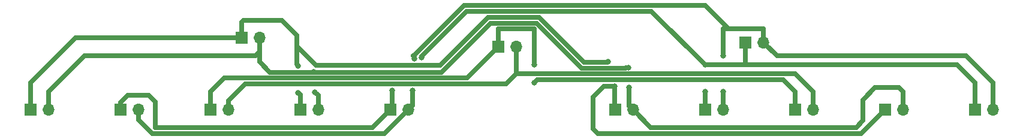
<source format=gtl>
G04 #@! TF.GenerationSoftware,KiCad,Pcbnew,(6.0.7)*
G04 #@! TF.CreationDate,2023-02-15T17:23:52-05:00*
G04 #@! TF.ProjectId,RGW LED board,52475720-4c45-4442-9062-6f6172642e6b,rev?*
G04 #@! TF.SameCoordinates,Original*
G04 #@! TF.FileFunction,Copper,L1,Top*
G04 #@! TF.FilePolarity,Positive*
%FSLAX46Y46*%
G04 Gerber Fmt 4.6, Leading zero omitted, Abs format (unit mm)*
G04 Created by KiCad (PCBNEW (6.0.7)) date 2023-02-15 17:23:52*
%MOMM*%
%LPD*%
G01*
G04 APERTURE LIST*
G04 #@! TA.AperFunction,ComponentPad*
%ADD10R,1.700000X1.700000*%
G04 #@! TD*
G04 #@! TA.AperFunction,ComponentPad*
%ADD11O,1.700000X1.700000*%
G04 #@! TD*
G04 #@! TA.AperFunction,ViaPad*
%ADD12C,0.800000*%
G04 #@! TD*
G04 #@! TA.AperFunction,Conductor*
%ADD13C,0.635000*%
G04 #@! TD*
G04 APERTURE END LIST*
D10*
X165100000Y-43180000D03*
D11*
X167640000Y-43180000D03*
D10*
X203200000Y-43180000D03*
D11*
X205740000Y-43180000D03*
D10*
X82550000Y-43180000D03*
D11*
X85090000Y-43180000D03*
D10*
X99695000Y-33020000D03*
D11*
X102235000Y-33020000D03*
D10*
X190500000Y-43180000D03*
D11*
X193040000Y-43180000D03*
D10*
X152400000Y-43180000D03*
D11*
X154940000Y-43180000D03*
D10*
X95250000Y-43180000D03*
D11*
X97790000Y-43180000D03*
D10*
X120650000Y-43180000D03*
D11*
X123190000Y-43180000D03*
D10*
X135890000Y-34290000D03*
D11*
X138430000Y-34290000D03*
D10*
X69850000Y-43180000D03*
D11*
X72390000Y-43180000D03*
D10*
X177800000Y-43180000D03*
D11*
X180340000Y-43180000D03*
D10*
X170815000Y-33655000D03*
D11*
X173355000Y-33655000D03*
D10*
X107950000Y-43180000D03*
D11*
X110490000Y-43180000D03*
D12*
X152349200Y-39852000D03*
X107645200Y-36935400D03*
X107645200Y-40741600D03*
X151384000Y-36348000D03*
X109880400Y-37770400D03*
X154381200Y-40030400D03*
X110032800Y-40690800D03*
X154330400Y-37183000D03*
X165100000Y-36830000D03*
X165100000Y-40640000D03*
X125069600Y-35763200D03*
X120904000Y-40439400D03*
X123850400Y-40439400D03*
X124053600Y-35935900D03*
X167640000Y-35560000D03*
X167640000Y-40640000D03*
X140970000Y-36830000D03*
X140970000Y-39370000D03*
D13*
X99695000Y-30810200D02*
X99695000Y-33020000D01*
X107950000Y-43180000D02*
X107950000Y-41046400D01*
X149933000Y-46504200D02*
X187175800Y-46504200D01*
X107442000Y-36732200D02*
X107442000Y-34137600D01*
X149301200Y-45872400D02*
X149933000Y-46504200D01*
X107950000Y-41046400D02*
X107645200Y-40741600D01*
X107442000Y-32613600D02*
X105359200Y-30530800D01*
X149301200Y-41351200D02*
X149301200Y-45872400D01*
X76200000Y-33020000D02*
X69850000Y-39370000D01*
X148011736Y-36430000D02*
X141661736Y-30080000D01*
X69850000Y-39370000D02*
X69850000Y-43180000D01*
X99974400Y-30530800D02*
X99695000Y-30810200D01*
X107645200Y-36935400D02*
X107442000Y-36732200D01*
X152349200Y-43129200D02*
X152400000Y-43180000D01*
X150800400Y-39852000D02*
X149301200Y-41351200D01*
X110157300Y-36852900D02*
X107442000Y-34137600D01*
X152349200Y-39852000D02*
X150800400Y-39852000D01*
X105359200Y-30530800D02*
X99974400Y-30530800D01*
X152349200Y-39852000D02*
X152349200Y-43129200D01*
X107442000Y-34137600D02*
X107442000Y-32613600D01*
X151384000Y-36348000D02*
X151302000Y-36430000D01*
X134499532Y-30080000D02*
X127726632Y-36852900D01*
X141661736Y-30080000D02*
X134499532Y-30080000D01*
X127726632Y-36852900D02*
X110157300Y-36852900D01*
X99695000Y-33020000D02*
X76200000Y-33020000D01*
X187175800Y-46504200D02*
X190500000Y-43180000D01*
X151302000Y-36430000D02*
X148011736Y-36430000D01*
X77470000Y-35560000D02*
X72390000Y-40640000D01*
X110032800Y-40690800D02*
X110490000Y-41148000D01*
X108807200Y-37852400D02*
X103689200Y-37852400D01*
X101600000Y-35560000D02*
X77470000Y-35560000D01*
X102235000Y-33020000D02*
X102235000Y-34925000D01*
X154940000Y-43180000D02*
X157429200Y-45669200D01*
X110490000Y-41148000D02*
X110490000Y-43180000D01*
X157429200Y-45669200D02*
X186436000Y-45669200D01*
X141315868Y-30915000D02*
X134845400Y-30915000D01*
X154381200Y-42621200D02*
X154940000Y-43180000D01*
X189128400Y-40030400D02*
X192481200Y-40030400D01*
X103689200Y-37852400D02*
X102235000Y-36398200D01*
X187401200Y-41757600D02*
X189128400Y-40030400D01*
X127908000Y-37852400D02*
X108807200Y-37852400D01*
X153844600Y-37265000D02*
X147665868Y-37265000D01*
X153926600Y-37183000D02*
X153844600Y-37265000D01*
X154381200Y-40030400D02*
X154381200Y-42621200D01*
X102235000Y-36398200D02*
X102235000Y-34925000D01*
X72390000Y-40640000D02*
X72390000Y-43180000D01*
X193040000Y-40589200D02*
X193040000Y-43180000D01*
X154330400Y-37183000D02*
X153926600Y-37183000D01*
X192481200Y-40030400D02*
X193040000Y-40589200D01*
X134845400Y-30915000D02*
X127908000Y-37852400D01*
X102235000Y-34925000D02*
X101600000Y-35560000D01*
X186436000Y-45669200D02*
X187401200Y-44704000D01*
X109798400Y-37852400D02*
X108807200Y-37852400D01*
X109880400Y-37770400D02*
X109798400Y-37852400D01*
X147665868Y-37265000D02*
X141315868Y-30915000D01*
X187401200Y-44704000D02*
X187401200Y-41757600D01*
X170815000Y-33655000D02*
X170815000Y-36830000D01*
X131397068Y-29245000D02*
X125069600Y-35572468D01*
X120904000Y-40439400D02*
X120904000Y-42926000D01*
X83566000Y-41097200D02*
X82550000Y-42113200D01*
X86563200Y-41097200D02*
X83566000Y-41097200D01*
X165100000Y-36830000D02*
X157515000Y-29245000D01*
X120904000Y-42926000D02*
X120650000Y-43180000D01*
X82550000Y-42113200D02*
X82550000Y-43180000D01*
X87528400Y-45669200D02*
X87528400Y-42062400D01*
X157515000Y-29245000D02*
X131397068Y-29245000D01*
X165100000Y-36830000D02*
X170815000Y-36830000D01*
X118160800Y-45669200D02*
X87528400Y-45669200D01*
X200660000Y-36830000D02*
X203200000Y-39370000D01*
X203200000Y-39370000D02*
X203200000Y-43180000D01*
X165100000Y-43180000D02*
X165100000Y-40640000D01*
X87528400Y-42062400D02*
X86563200Y-41097200D01*
X120650000Y-43180000D02*
X118160800Y-45669200D01*
X125069600Y-35572468D02*
X125069600Y-35763200D01*
X170815000Y-36830000D02*
X200660000Y-36830000D01*
X205740000Y-39370000D02*
X205740000Y-43180000D01*
X168452800Y-31750000D02*
X167640000Y-31750000D01*
X85090000Y-44551600D02*
X85090000Y-43180000D01*
X123850400Y-40439400D02*
X123850400Y-42519600D01*
X167640000Y-31750000D02*
X167640000Y-35560000D01*
X124053600Y-35712400D02*
X123901200Y-35560000D01*
X131051200Y-28410000D02*
X165112800Y-28410000D01*
X119865800Y-46504200D02*
X87042600Y-46504200D01*
X173355000Y-31750000D02*
X168452800Y-31750000D01*
X167640000Y-43180000D02*
X167640000Y-40640000D01*
X87042600Y-46504200D02*
X85090000Y-44551600D01*
X123850400Y-42519600D02*
X123190000Y-43180000D01*
X124053600Y-35935900D02*
X124053600Y-35407600D01*
X124053600Y-35407600D02*
X131051200Y-28410000D01*
X175260000Y-35560000D02*
X201930000Y-35560000D01*
X201930000Y-35560000D02*
X205740000Y-39370000D01*
X124053600Y-35935900D02*
X124053600Y-35712400D01*
X123190000Y-43180000D02*
X119865800Y-46504200D01*
X173355000Y-33655000D02*
X173355000Y-31750000D01*
X165112800Y-28410000D02*
X168452800Y-31750000D01*
X173355000Y-33655000D02*
X175260000Y-35560000D01*
X135890000Y-34290000D02*
X135890000Y-31750000D01*
X95250000Y-40640000D02*
X97202600Y-38687400D01*
X141405000Y-38935000D02*
X140970000Y-39370000D01*
X135890000Y-31750000D02*
X140970000Y-31750000D01*
X140970000Y-31750000D02*
X140970000Y-36830000D01*
X176095000Y-38935000D02*
X141405000Y-38935000D01*
X177800000Y-40640000D02*
X176095000Y-38935000D01*
X95250000Y-43180000D02*
X95250000Y-40640000D01*
X177800000Y-43180000D02*
X177800000Y-40640000D01*
X131492600Y-38687400D02*
X135890000Y-34290000D01*
X97202600Y-38687400D02*
X131492600Y-38687400D01*
X137007600Y-39522400D02*
X138430000Y-38100000D01*
X97790000Y-43180000D02*
X97790000Y-41910000D01*
X97790000Y-41910000D02*
X100177600Y-39522400D01*
X138430000Y-38100000D02*
X138430000Y-34290000D01*
X177800000Y-38100000D02*
X180340000Y-40640000D01*
X100177600Y-39522400D02*
X137007600Y-39522400D01*
X180340000Y-40640000D02*
X180340000Y-43180000D01*
X138430000Y-38100000D02*
X177800000Y-38100000D01*
M02*

</source>
